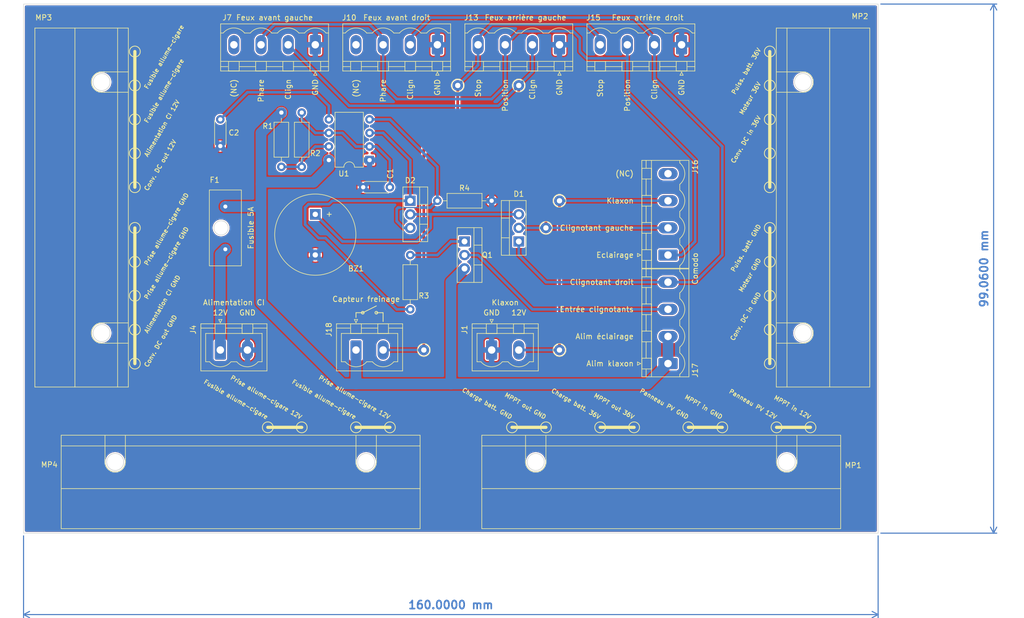
<source format=kicad_pcb>
(kicad_pcb (version 20211014) (generator pcbnew)

  (general
    (thickness 1.6)
  )

  (paper "A4")
  (layers
    (0 "F.Cu" signal)
    (31 "B.Cu" signal)
    (32 "B.Adhes" user "B.Adhesive")
    (33 "F.Adhes" user "F.Adhesive")
    (34 "B.Paste" user)
    (35 "F.Paste" user)
    (36 "B.SilkS" user "B.Silkscreen")
    (37 "F.SilkS" user "F.Silkscreen")
    (38 "B.Mask" user)
    (39 "F.Mask" user)
    (40 "Dwgs.User" user "User.Drawings")
    (41 "Cmts.User" user "User.Comments")
    (42 "Eco1.User" user "User.Eco1")
    (43 "Eco2.User" user "User.Eco2")
    (44 "Edge.Cuts" user)
    (45 "Margin" user)
    (46 "B.CrtYd" user "B.Courtyard")
    (47 "F.CrtYd" user "F.Courtyard")
    (48 "B.Fab" user)
    (49 "F.Fab" user)
    (50 "User.1" user)
    (51 "User.2" user)
    (52 "User.3" user)
    (53 "User.4" user)
    (54 "User.5" user)
    (55 "User.6" user)
    (56 "User.7" user)
    (57 "User.8" user)
    (58 "User.9" user)
  )

  (setup
    (stackup
      (layer "F.SilkS" (type "Top Silk Screen"))
      (layer "F.Paste" (type "Top Solder Paste"))
      (layer "F.Mask" (type "Top Solder Mask") (thickness 0.01))
      (layer "F.Cu" (type "copper") (thickness 0.035))
      (layer "dielectric 1" (type "core") (thickness 1.51) (material "FR4") (epsilon_r 4.5) (loss_tangent 0.02))
      (layer "B.Cu" (type "copper") (thickness 0.035))
      (layer "B.Mask" (type "Bottom Solder Mask") (thickness 0.01))
      (layer "B.Paste" (type "Bottom Solder Paste"))
      (layer "B.SilkS" (type "Bottom Silk Screen"))
      (copper_finish "None")
      (dielectric_constraints no)
    )
    (pad_to_mask_clearance 0)
    (pcbplotparams
      (layerselection 0x00010e0_ffffffff)
      (disableapertmacros false)
      (usegerberextensions false)
      (usegerberattributes true)
      (usegerberadvancedattributes true)
      (creategerberjobfile true)
      (svguseinch false)
      (svgprecision 6)
      (excludeedgelayer true)
      (plotframeref false)
      (viasonmask false)
      (mode 1)
      (useauxorigin false)
      (hpglpennumber 1)
      (hpglpenspeed 20)
      (hpglpendiameter 15.000000)
      (dxfpolygonmode true)
      (dxfimperialunits true)
      (dxfusepcbnewfont true)
      (psnegative false)
      (psa4output false)
      (plotreference true)
      (plotvalue true)
      (plotinvisibletext false)
      (sketchpadsonfab false)
      (subtractmaskfromsilk false)
      (outputformat 1)
      (mirror false)
      (drillshape 0)
      (scaleselection 1)
      (outputdirectory "")
    )
  )

  (net 0 "")
  (net 1 "GND")
  (net 2 "Net-(F1-Pad2)")
  (net 3 "Net-(J13-Pad2)")
  (net 4 "Net-(J10-Pad2)")
  (net 5 "unconnected-(J7-Pad4)")
  (net 6 "unconnected-(J10-Pad4)")
  (net 7 "Net-(J10-Pad3)")
  (net 8 "Net-(J13-Pad4)")
  (net 9 "Net-(J1-Pad2)")
  (net 10 "/Flasher/Out")
  (net 11 "unconnected-(J17-Pad4)")
  (net 12 "/12V_5A")
  (net 13 "Net-(Q1-Pad1)")
  (net 14 "Net-(C1-Pad1)")
  (net 15 "Net-(R3-Pad1)")
  (net 16 "Net-(U1-Pad4)")
  (net 17 "Net-(C2-Pad1)")
  (net 18 "Net-(R1-Pad2)")
  (net 19 "/Flasher/Enable")

  (footprint "circuit:Wago_221-500_SplicingConnectorHolder" (layer "F.Cu") (at 94.615 72.39 90))

  (footprint "Buzzer_Beeper:Buzzer_15x7.5RM7.6" (layer "F.Cu") (at 134.62 73.66 -90))

  (footprint "TestPoint:TestPoint_THTPad_D2.0mm_Drill1.0mm" (layer "F.Cu") (at 180.34 71.12))

  (footprint "circuit:Wago_221-500_SplicingConnectorHolder" (layer "F.Cu") (at 120.65 120.015 180))

  (footprint "circuit:Littelfuse_FuseHolder_FL1_178.6764.0001" (layer "F.Cu") (at 117.78 76.2 -90))

  (footprint "TestPoint:TestPoint_THTPad_D2.0mm_Drill1.0mm" (layer "F.Cu") (at 161.29 49.53))

  (footprint "Capacitor_THT:C_Disc_D4.3mm_W1.9mm_P5.00mm" (layer "F.Cu") (at 116.84 55.88 -90))

  (footprint "circuit:Generic_HeaderSocket_1x02_P5.08mm_Vertical_Open" (layer "F.Cu") (at 116.84 99.06))

  (footprint "Resistor_THT:R_Axial_DIN0207_L6.3mm_D2.5mm_P10.16mm_Horizontal" (layer "F.Cu") (at 152.4 91.44 90))

  (footprint "circuit:Generic_HeaderSocket_1x04_P5.08mm_Vertical_Open" (layer "F.Cu") (at 180.34 41.91 180))

  (footprint "Package_DIP:DIP-8_W7.62mm" (layer "F.Cu") (at 144.78 63.5 180))

  (footprint "circuit:Generic_HeaderSocket_1x04_P5.08mm_Vertical_Open" (layer "F.Cu") (at 203.2 41.91 180))

  (footprint "TestPoint:TestPoint_THTPad_D2.0mm_Drill1.0mm" (layer "F.Cu") (at 172.72 49.53))

  (footprint "Package_TO_SOT_THT:TO-220-3_Vertical" (layer "F.Cu") (at 172.72 78.74 90))

  (footprint "circuit:Generic_HeaderSocket_1x04_P5.08mm_Vertical_Open" (layer "F.Cu") (at 134.62 41.91 180))

  (footprint "TestPoint:TestPoint_THTPad_D2.0mm_Drill1.0mm" (layer "F.Cu") (at 154.94 99.06))

  (footprint "Package_TO_SOT_THT:TO-220-3_Vertical" (layer "F.Cu") (at 152.4 71.12 -90))

  (footprint "circuit:Generic_HeaderSocket_1x04_P5.08mm_Vertical_Open" (layer "F.Cu") (at 200.66 101.6 90))

  (footprint "TestPoint:TestPoint_THTPad_D2.0mm_Drill1.0mm" (layer "F.Cu") (at 180.34 99.06))

  (footprint "circuit:Wago_221-500_SplicingConnectorHolder" (layer "F.Cu") (at 225.933 72.39 -90))

  (footprint "Resistor_THT:R_Axial_DIN0207_L6.3mm_D2.5mm_P10.16mm_Horizontal" (layer "F.Cu") (at 157.48 71.12))

  (footprint "Resistor_THT:R_Axial_DIN0207_L6.3mm_D2.5mm_P10.16mm_Horizontal" (layer "F.Cu") (at 128.27 54.61 -90))

  (footprint "Resistor_THT:R_Axial_DIN0207_L6.3mm_D2.5mm_P10.16mm_Horizontal" (layer "F.Cu") (at 132.08 64.77 90))

  (footprint "Capacitor_THT:C_Disc_D4.3mm_W1.9mm_P5.00mm" (layer "F.Cu") (at 148.59 68.58 180))

  (footprint "circuit:Generic_HeaderSocket_1x02_P5.08mm_Vertical_Open" (layer "F.Cu") (at 167.64 99.06))

  (footprint "TestPoint:TestPoint_THTPad_D2.0mm_Drill1.0mm" (layer "F.Cu") (at 177.8 76.2))

  (footprint "circuit:Wago_221-500_SplicingConnectorHolder" (layer "F.Cu") (at 199.39 120.015 180))

  (footprint "circuit:Generic_HeaderSocket_1x02_P5.08mm_Vertical_Open" (layer "F.Cu") (at 142.24 99.06))

  (footprint "circuit:Generic_HeaderSocket_1x04_P5.08mm_Vertical_Open" (layer "F.Cu") (at 200.66 81.28 90))

  (footprint "Package_TO_SOT_THT:TO-220-3_Vertical" (layer "F.Cu") (at 162.56 78.74 -90))

  (footprint "circuit:Generic_HeaderSocket_1x04_P5.08mm_Vertical_Open" (layer "F.Cu") (at 157.48 41.91 180))

  (gr_circle (center 219.71 43.18) (end 219.71 44.196) (layer "F.SilkS") (width 0.15) (fill none) (tstamp 00cc452e-ba96-4e88-af55-18733b4ebc37))
  (gr_line (start 143.51 92.075) (end 146.05 90.805) (layer "F.SilkS") (width 0.15) (tstamp 037ebb6b-c1e3-482d-a0fb-4947fbe14174))
  (gr_circle (center 227.33 113.538) (end 228.346 113.538) (layer "F.SilkS") (width 0.15) (fill none) (tstamp 055fcf87-c6aa-4d3a-b430-5d09e34b74e5))
  (gr_circle (center 100.838 82.55) (end 100.838 83.566) (layer "F.SilkS") (width 0.15) (fill none) (tstamp 0b32eb5e-cf7d-4f91-a80b-b69cb363145f))
  (gr_circle (center 100.838 55.88) (end 100.838 56.896) (layer "F.SilkS") (width 0.15) (fill none) (tstamp 0d55e7a3-dc43-43c6-9a9a-2009d8d31a46))
  (gr_circle (center 219.71 101.6) (end 219.71 102.616) (layer "F.SilkS") (width 0.15) (fill none) (tstamp 0e0ef8f7-8f11-42c6-a45f-df3b4592f844))
  (gr_circle (center 100.838 76.2) (end 100.838 77.216) (layer "F.SilkS") (width 0.15) (fill none) (tstamp 1c60a30a-615f-448b-a49b-d8cc700366e8))
  (gr_circle (center 219.71 55.88) (end 219.71 56.896) (layer "F.SilkS") (width 0.15) (fill none) (tstamp 1eb217a3-880e-4df2-9811-286c14ac7f74))
  (gr_circle (center 100.838 49.53) (end 100.838 50.546) (layer "F.SilkS") (width 0.15) (fill none) (tstamp 21c33e54-0519-410a-b68d-8ed076ea3b1e))
  (gr_circle (center 219.71 95.25) (end 219.71 96.266) (layer "F.SilkS") (width 0.15) (fill none) (tstamp 22f715ec-100a-4c8e-ab3e-fe94307aa39f))
  (gr_line (start 142.24 92.075) (end 143.51 92.075) (layer "F.SilkS") (width 0.15) (tstamp 2665a517-cfa8-4700-85c7-f742ee9f908d))
  (gr_line (start 219.71 101.6) (end 219.71 76.2) (layer "F.SilkS") (width 0.6) (tstamp 267ab17e-424b-4c5b-bf96-65deaaa5db5d))
  (gr_line (start 171.45 113.538) (end 177.8 113.538) (layer "F.SilkS") (width 0.6) (tstamp 276e2239-1b6d-4c52-a207-9385ed3216ee))
  (gr_circle (center 204.47 113.538) (end 204.47 114.554) (layer "F.SilkS") (width 0.15) (fill none) (tstamp 30a29d66-4141-4259-8081-d6952d8bac58))
  (gr_line (start 142.24 92.964) (end 142.24 92.075) (layer "F.SilkS") (width 0.15) (tstamp 317163f5-2dcf-44f7-ad22-042c6ecaf6a0))
  (gr_circle (center 219.71 76.2) (end 219.71 77.216) (layer "F.SilkS") (width 0.15) (fill none) (tstamp 3415d0f1-a5ec-4da2-977b-59cdf177a34e))
  (gr_circle (center 143.51 92.075) (end 143.51 92.329) (layer "F.SilkS") (width 0.15) (fill none) (tstamp 3ba68855-4f8b-4d02-b57a-7a757e623ac6))
  (gr_line (start 147.32 93.726) (end 147.32 92.075) (layer "F.SilkS") (width 0.15) (tstamp 4884cbfa-0b58-4e04-88a2-8b0679a49cfe))
  (gr_circle (center 177.8 113.538) (end 178.816 113.538) (layer "F.SilkS") (width 0.15) (fill none) (tstamp 4ae8d5b6-ac5e-42d2-b8f3-c8cc021daa80))
  (gr_circle (center 100.838 62.23) (end 100.838 63.246) (layer "F.SilkS") (width 0.15) (fill none) (tstamp 51e3ee0a-facb-4db4-9532-340a50f8f1f2))
  (gr_circle (center 210.82 113.538) (end 211.836 113.538) (layer "F.SilkS") (width 0.15) (fill none) (tstamp 556aaf9d-07f6-43f6-8fc0-4e9785c941f1))
  (gr_circle (center 100.838 101.6) (end 100.838 102.616) (layer "F.SilkS") (width 0.15) (fill none) (tstamp 5bf0cce5-0f16-48e1-8027-73d52d0770a7))
  (gr_line (start 146.05 92.075) (end 147.32 92.075) (layer "F.SilkS") (width 0.15) (tstamp 64594d5f-3d87-4b12-b761-9dd43370d25f))
  (gr_line (start 100.838 101.6) (end 100.838 76.2) (layer "F.SilkS") (width 0.6) (tstamp 6880ab3e-a6aa-4a14-9152-a9eb9358d1fc))
  (gr_circle (center 148.59 113.538) (end 149.606 113.538) (layer "F.SilkS") (width 0.15) (fill none) (tstamp 6a0bff84-e9d8-41a3-aabe-ad4db7905799))
  (gr_circle (center 146.05 92.075) (end 146.05 92.329) (layer "F.SilkS") (width 0.15) (fill none) (tstamp 70832878-fccb-4304-88d0-2e6b8d58c95c))
  (gr_line (start 125.73 113.538) (end 132.08 113.538) (layer "F.SilkS") (width 0.6) (tstamp 762ff740-3b01-4bc8-872a-9874ec8e35e1))
  (gr_circle (center 219.71 62.23) (end 219.71 63.246) (layer "F.SilkS") (width 0.15) (fill none) (tstamp 82d429c8-e93d-4f0a-b38e-c4998fc025d4))
  (gr_circle (center 219.71 88.9) (end 219.71 89.916) (layer "F.SilkS") (width 0.15) (fill none) (tstamp 8c73b2a6-3a37-44e3-a20a-4d59420eda58))
  (gr_circle (center 132.08 113.538) (end 133.096 113.538) (layer "F.SilkS") (width 0.15) (fill none) (tstamp 8c76b169-ab5a-4294-b011-8cc6dbfede52))
  (gr_line (start 142.24 113.538) (end 148.59 113.538) (layer "F.SilkS") (width 0.6) (tstamp 91be0c4d-31d3-4e82-bf1f-77f12a0724d3))
  (gr_circle (center 100.838 68.58) (end 100.838 69.596) (layer "F.SilkS") (width 0.15) (fill none) (tstamp 92debe54-aa60-4d78-93c4-7bed450025c3))
  (gr_circle (center 187.96 113.538) (end 187.96 114.554) (layer "F.SilkS") (width 0.15) (fill none) (tstamp 9e269d91-7d17-4c00-b467-153271320d02))
  (gr_line (start 204.47 113.538) (end 210.82 113.538) (layer "F.SilkS") (width 0.6) (tstamp 9f5f49d5-5120-4673-b032-f8b828707780))
  (gr_circle (center 219.71 68.58) (end 219.71 69.596) (layer "F.SilkS") (width 0.15) (fill none) (tstamp ae522db0-de0e-46c6-a5db-2a3e5dc1e2c8))
  (gr_line (start 187.96 113.538) (end 194.31 113.538) (layer "F.SilkS") (width 0.6) (tstamp b9dd1e64-81b6-4cb3-a41a-714927a1f651))
  (gr_line (start 220.98 113.538) (end 227.33 113.538) (layer "F.SilkS") (width 0.6) (tstamp bd1578a3-4a14-4bd9-bd84-0de04e146746))
  (gr_line (start 219.71 68.58) (end 219.71 43.18) (layer "F.SilkS") (width 0.6) (tstamp c385224b-423f-40f8-919d-7bb5706505b4))
  (gr_circle (center 100.838 43.18) (end 100.838 44.196) (layer "F.SilkS") (width 0.15) (fill none) (tstamp c52275f8-949a-4fec-91e2-a5d4834b2abf))
  (gr_circle (center 194.31 113.538) (end 195.326 113.538) (layer "F.SilkS") (width 0.15) (fill none) (tstamp c623ebf3-b72b-47a6-99f0-44d878243028))
  (gr_circle (center 142.24 113.538) (end 142.24 114.554) (layer "F.SilkS") (width 0.15) (fill none) (tstamp d76ff1a7-35b0-4008-84bc-2c8ee966a14c))
  (gr_circle (center 219.71 82.55) (end 219.71 83.566) (layer "F.SilkS") (width 0.15) (fill none) (tstamp dd06bd11-c251-457b-b962-c3f96bc19116))
  (gr_circle (center 100.838 95.25) (end 100.838 96.266) (layer "F.SilkS") (width 0.15) (fill none) (tstamp e0a52752-2d8f-477c-9516-b9400a50c85b))
  (gr_line (start 100.838 68.58) (end 100.838 43.18) (layer "F.SilkS") (width 0.6) (tstamp e16a7896-6132-41a2-88b1-6a30824e02f1))
  (gr_circle (center 219.71 49.53) (end 219.71 50.546) (layer "F.SilkS") (width 0.15) (fill none) (tstamp e613b6cd-fa9d-4fee-b77c-739df61b24e7))
  (gr_circle (center 125.73 113.538) (end 125.73 114.554) (layer "F.SilkS") (width 0.15) (fill none) (tstamp ec541a50-51a5-45b4-bd93-6dc3c5da4675))
  (gr_circle (center 171.45 113.538) (end 171.45 114.554) (layer "F.SilkS") (width 0.15) (fill none) (tstamp f896295d-a092-487a-b396-fb2265acf685))
  (gr_circle (center 220.98 113.538) (end 220.98 114.554) (layer "F.SilkS") (width 0.15) (fill none) (tstamp f96da55c-37fd-441a-97cf-2faa4effb06f))
  (gr_circle (center 100.838 88.9) (end 100.838 89.916) (layer "F.SilkS") (width 0.15) (fill none) (tstamp ff786ef8-333e-498b-b6d9-09fa2cc3b86f))
  (gr_rect (start 80 34.29) (end 240 133.35) (layer "Edge.Cuts") (width 0.1) (fill none) (tstamp baf93642-2aff-4fc6-b370-4199fa085aee))
  (gr_text "Entrée clignotants" (at 194.31 91.44) (layer "F.SilkS") (tstamp 009327c0-15ee-46e8-892a-58efec518749)
    (effects (font (size 1 1) (thickness 0.15)) (justify right))
  )
  (gr_text "Puiss. batt. 36V" (at 217.805 42.545 60) (layer "F.SilkS") (tstamp 0179d269-e1dc-4937-a3ba-dc7abdc5a4b8)
    (effects (font (size 0.8 0.8) (thickness 0.15)) (justify right))
  )
  (gr_text "Capteur freinage" (at 144.145 89.535) (layer "F.SilkS") (tstamp 10f0e3a0-addc-4d65-a2d4-724846e23a5f)
    (effects (font (size 1 1) (thickness 0.15)))
  )
  (gr_text "MPPT in GND" (at 210.82 111.76 330) (layer "F.SilkS") (tstamp 12b35428-8b71-4e7d-bfce-e55e30306b03)
    (effects (font (size 0.8 0.8) (thickness 0.15)) (justify right))
  )
  (gr_text "GND" (at 167.64 92.075) (layer "F.SilkS") (tstamp 12d9dba3-877d-4c21-a5de-a6d93121bc35)
    (effects (font (size 1 1) (thickness 0.15)))
  )
  (gr_text "MPPT out 36V" (at 194.31 111.76 330) (layer "F.SilkS") (tstamp 13bbd547-101b-46f3-94a0-1df1740595c5)
    (effects (font (size 0.8 0.8) (thickness 0.15)) (justify right))
  )
  (gr_text "Fusible 5A" (at 122.555 76.2 90) (layer "F.SilkS") (tstamp 1544f11d-aee5-4f7d-8a2a-3a2ade2a123d)
    (effects (font (size 1 1) (thickness 0.15)))
  )
  (gr_text "Klaxon" (at 170.18 90.17) (layer "F.SilkS") (tstamp 181f8ef5-8c40-480c-9ede-6f3c7b5ce2ff)
    (effects (font (size 1 1) (thickness 0.15)))
  )
  (gr_text "GND" (at 121.92 92.075) (layer "F.SilkS") (tstamp 184e2e09-0552-4371-9e84-9ca65c6d6146)
    (effects (font (size 1 1) (thickness 0.15)))
  )
  (gr_text "Charge batt. 36V" (at 187.96 111.76 330) (layer "F.SilkS") (tstamp 2069bd85-f5ab-4eeb-82ac-ac9ee9e228da)
    (effects (font (size 0.8 0.8) (thickness 0.15)) (justify right))
  )
  (gr_text "Prise allume-cigare 12V" (at 132.08 111.76 330) (layer "F.SilkS") (tstamp 21b0bf50-46d5-4c49-8311-ed3f6264e51e)
    (effects (font (size 0.8 0.8) (thickness 0.15)) (justify right))
  )
  (gr_text "MPPT out GND" (at 177.8 111.76 330) (layer "F.SilkS") (tstamp 29a589e5-3dc9-406d-8d03-2e70186b2e09)
    (effects (font (size 0.8 0.8) (thickness 0.15)) (justify right))
  )
  (gr_text "Clignotant droit" (at 194.31 86.36) (layer "F.SilkS") (tstamp 29d90419-1132-4a2b-970e-b0eccfab1cf9)
    (effects (font (size 1 1) (thickness 0.15)) (justify right))
  )
  (gr_text "GND" (at 134.62 48.26 90) (layer "F.SilkS") (tstamp 2c926ee1-e3c9-40cf-95b9-6c82dc648463)
    (effects (font (size 1 1) (thickness 0.15)) (justify right))
  )
  (gr_text "GND" (at 157.48 48.26 90) (layer "F.SilkS") (tstamp 33c457be-7434-4972-9b74-59a2a75dfe1f)
    (effects (font (size 1 1) (thickness 0.15)) (justify right))
  )
  (gr_text "12V" (at 172.72 92.075) (layer "F.SilkS") (tstamp 3464ffab-61f6-4506-aa32-74780900afde)
    (effects (font (size 1 1) (thickness 0.15)))
  )
  (gr_text "Conv. DC in GND" (at 217.805 88.265 60) (layer "F.SilkS") (tstamp 354f4214-25cc-4c1c-af90-691b93e325f6)
    (effects (font (size 0.8 0.8) (thickness 0.15)) (justify right))
  )
  (gr_text "Fusible allume-cigare" (at 142.24 111.76 330) (layer "F.SilkS") (tstamp 36a31b89-4d85-42e0-a55c-c839a34f9025)
    (effects (font (size 0.8 0.8) (thickness 0.15)) (justify right))
  )
  (gr_text "Fusible allume-cigare" (at 125.73 111.76 330) (layer "F.SilkS") (tstamp 39e7c3a6-7728-4532-abb1-94c7cefee84c)
    (effects (font (size 0.8 0.8) (thickness 0.15)) (justify right))
  )
  (gr_text "Conv. DC out 12V" (at 102.87 69.215 60) (layer "F.SilkS") (tstamp 4430018d-167b-42c4-88a6-aec09ab96fc1)
    (effects (font (size 0.8 0.8) (thickness 0.15)) (justify left))
  )
  (gr_text "Feux avant gauche" (at 127 36.83) (layer "F.SilkS") (tstamp 479e96c7-febe-46ff-b0f9-4ff5069df68d)
    (effects (font (size 1 1) (thickness 0.15)))
  )
  (gr_text "Feux arrière gauche" (at 173.99 36.83) (layer "F.SilkS") (tstamp 5050200a-ec68-42b1-b377-093dec82d41a)
    (effects (font (size 1 1) (thickness 0.15)))
  )
  (gr_text "Clign" (at 175.26 48.26 90) (layer "F.SilkS") (tstamp 5a15157a-7512-4e5c-84d4-469b0cf5e59f)
    (effects (font (size 1 1) (thickness 0.15)) (justify right))
  )
  (gr_text "Clignotant gauche" (at 194.31 76.2) (layer "F.SilkS") (tstamp 5fdd986d-182f-4920-a3f2-bb498f06298c)
    (effects (font (size 1 1) (thickness 0.15)) (justify right))
  )
  (gr_text "Panneau PV GND" (at 204.47 111.76 330) (layer "F.SilkS") (tstamp 61f9941f-5166-4352-a2f2-5b11a6cad889)
    (effects (font (size 0.8 0.8) (thickness 0.15)) (justify right))
  )
  (gr_text "Alimentation CI 12V" (at 102.87 62.865 60) (layer "F.SilkS") (tstamp 65a57779-4789-40b5-bd5a-fe715e8093a8)
    (effects (font (size 0.8 0.8) (thickness 0.15)) (justify left))
  )
  (gr_text "12V" (at 116.84 92.075) (layer "F.SilkS") (tstamp 67d847b8-f92c-4347-addf-84d787c4ca95)
    (effects (font (size 1 1) (thickness 0.15)))
  )
  (gr_text "Prise allume-cigare GND" (at 102.87 83.185 60) (layer "F.SilkS") (tstamp 6eff0d18-74e4-4ad2-b719-69c3c845f121)
    (effects (font (size 0.8 0.8) (thickness 0.15)) (justify left))
  )
  (gr_text "Clign" (at 198.12 48.26 90) (layer "F.SilkS") (tstamp 700b58be-56ba-4cb7-a015-f3877f13d200)
    (effects (font (size 1 1) (thickness 0.15)) (justify right))
  )
  (gr_text "Alimentation CI GND" (at 102.87 95.885 60) (layer "F.SilkS") (tstamp 71182d09-709a-47f7-b7f3-dac75ae64276)
    (effects (font (size 0.8 0.8) (thickness 0.15)) (justify left))
  )
  (gr_text "Charge batt. GND" (at 171.45 111.76 330) (layer "F.SilkS") (tstamp 714110b5-09b5-4edb-8143-6d8636562c61)
    (effects (font (size 0.8 0.8) (thickness 0.15)) (justify right))
  )
  (gr_text "Stop" (at 165.1 48.26 90) (layer "F.SilkS") (tstamp 722c265d-2783-4131-9fa5-c3608639bdec)
    (effects (font (size 1 1) (thickness 0.15)) (justify right))
  )
  (gr_text "Prise allume-cigare GND" (at 102.87 89.535 60) (layer "F.SilkS") (tstamp 7672544e-9c7f-4530-bed9-ccbf1fc792e2)
    (effects (font (size 0.8 0.8) (thickness 0.15)) (justify left))
  )
  (gr_text "(NC)" (at 142.24 48.26 90) (layer "F.SilkS") (tstamp 81670fe2-cb26-430f-b727-4812bc9dcec2)
    (effects (font (size 1 1) (thickness 0.15)) (justify right))
  )
  (gr_text "Clign" (at 152.4 48.26 90) (layer "F.SilkS") (tstamp 85a06cc9-afdf-41f7-b124-edeaa893efac)
    (effects (font (size 1 1) (thickness 0.15)) (justify right))
  )
  (gr_text "Clign" (at 129.54 48.26 90) (layer "F.SilkS") (tstamp 8e752887-0b98-4c6b-b65f-b332ae9a9362)
    (effects (font (size 1 1) (thickness 0.15)) (justify right))
  )
  (gr_text "Feux arrière droit" (at 196.85 36.83) (layer "F.SilkS") (tstamp 922a98d4-aa77-4c67-b89f-e480c6ae99db)
    (effects (font (size 1 1) (thickness 0.15)))
  )
  (gr_text "Fusible allume-cigare" (at 102.87 56.515 60) (layer "F.SilkS") (tstamp 93c27926-85d0-4404-b295-380ef1e37ac5)
    (effects (font (size 0.8 0.8) (thickness 0.15)) (justify left))
  )
  (gr_text "Position" (at 170.18 48.26 90) (layer "F.SilkS") (tstamp 9403f260-da8c-45a7-9c0e-fdad94d66a10)
    (effects (font (size 1 1) (thickness 0.15)) (justify right))
  )
  (gr_text "Phare" (at 147.32 48.26 90) (layer "F.SilkS") (tstamp 94258d65-465f-472b-ac8e-490f605ed077)
    (effects (font (size 1 1) (thickness 0.15)) (justify right))
  )
  (gr_text "Moteur GND" (at 217.805 81.915 60) (layer "F.SilkS") (tstamp 9a6087f4-bc8b-43cd-8846-40fb689372eb)
    (effects (font (size 0.8 0.8) (thickness 0.15)) (justify right))
  )
  (gr_text "Alim éclairage" (at 194.31 96.52) (layer "F.SilkS") (tstamp ac9c7750-93d2-41f0-97bd-67093134d658)
    (effects (font (size 1 1) (thickness 0.15)) (justify right))
  )
  (gr_text "MPPT in 12V" (at 227.33 111.76 330) (layer "F.SilkS") (tstamp ae97602b-c29e-4540-95a0-a90ab7fb8a31)
    (effects (font (size 0.8 0.8) (thickness 0.15)) (justify right))
  )
  (gr_text "Feux avant droit" (at 149.86 36.83) (layer "F.SilkS") (tstamp b2f15d2e-8ab4-4101-9c07-858be9e8e3b8)
    (effects (font (size 1 1) (thickness 0.15)))
  )
  (gr_text "Eclairage" (at 194.31 81.28) (layer "F.SilkS") (tstamp be57702c-5815-47a9-b9b9-e783c8223dc9)
    (effects (font (size 1 1) (thickness 0.15)) (justify right))
  )
  (gr_text "Phare" (at 124.46 48.26 90) (layer "F.SilkS") (tstamp bf17cf21-f1a8-4a6b-80a7-084e7c3b2eb1)
    (effects (font (size 1 1) (thickness 0.15)) (justify right))
  )
  (gr_text "Panneau PV 12V" (at 220.98 111.76 330) (layer "F.SilkS") (tstamp c002088f-cfde-4354-822c-968e274e8262)
    (effects (font (size 0.8 0.8) (thickness 0.15)) (justify right))
  )
  (gr_text "Stop" (at 187.96 48.26 90) (layer "F.SilkS") (tstamp c097cb44-de61-4987-b402-80ee892def3d)
    (effects (font (size 1 1) (thickness 0.15)) (justify right))
  )
  (gr_text "Moteur 36V" (at 217.805 48.895 60) (layer "F.SilkS") (tstamp c343e982-c378-429e-a351-6bb7a503e83b)
    (effects (font (size 0.8 0.8) (thickness 0.15)) (justify right))
  )
  (gr_text "(NC)" (at 194.31 66.04) (layer "F.SilkS") (tstamp c37607ba-c9a9-4b49-9c6b-40e258059f1a)
    (effects (font (size 1 1) (thickness 0.15)) (justify right))
  )
  (gr_text "Klaxon" (at 194.31 71.12) (layer "F.SilkS") (tstamp c62e4f50-4d66-4232-b6e1-c4686e60ff45)
    (effects (font (size 1 1) (thickness 0.15)) (justify right))
  )
  (gr_text "Alimentation CI" (at 119.38 90.17) (layer "F.SilkS") (tstamp d185276d-52f9-43b2-b205-1ad3d64318ab)
    (effects (font (size 1 1) (thickness 0.15)))
  )
  (gr_text "Conv. DC in 36V" (at 217.805 55.245 60) (layer "F.SilkS") (tstamp d6b3a406-6bda-477d-9ab9-2d46febf82b0)
    (effects (font (size 0.8 0.8) (thickness 0.15)) (justify right))
  )
  (gr_text "Alim klaxon" (at 194.31 101.6) (layer "F.SilkS") (tstamp d6dba4b6-cc89-47bc-8a8e-f65dc0b05f49)
    (effects (font (size 1 1) (thickness 0.15)) (justify right))
  )
  (gr_text "Conv. DC out GND" (at 102.87 102.235 60) (layer "F.SilkS") (tstamp d76d4d60-7c6c-4800-9139-422dfceee3ab)
    (effects (font (size 0.8 0.8) (thickness 0.15)) (justify left))
  )
  (gr_text "Position" (at 193.04 48.26 90) (layer "F.SilkS") (tstamp d996caa2-9490-43a7-b6d5-be6ef90f2813)
    (effects (font (size 1 1) (thickness 0.15)) (justify right))
  )
  (gr_text "Fusible allume-cigare" (at 102.87 50.165 60) (layer "F.SilkS") (tstamp dab41d0b-79b2-4449-b22f-6c5c4e5e953e)
    (effects (font (size 0.8 0.8) (thickness 0.15)) (justify left))
  )
  (gr_text "Comodo" (at 205.74 83.82 90) (layer "F.SilkS") (tstamp dbb9f5e6-2e8f-4c85-afe4-940d2c33e0c6)
    (effects (font (size 1 1) (thickness 0.15)))
  )
  (gr_text "(NC)" (at 119.38 48.26 90) (layer "F.SilkS") (tstamp e6c921ac-e5b4-4c56-a84a-39691a60427d)
    (effects (font (size 1 1) (thickness 0.15)) (justify right))
  )
  (gr_text "GND" (at 203.2 48.26 90) (layer "F.SilkS") (tstamp f06d498b-d592-47e6-b472-036a273bf9fc)
    (effects (font (size 1 1) (thickness 0.15)) (justify right))
  )
  (gr_text "Puiss. batt. GND" (at 217.805 75.565 60) (layer "F.SilkS") (tstamp f2a68f75-7097-4d14-aa83-0930ed3879c2)
    (effects (font (size 0.8 0.8) (thickness 0.15)) (justify right))
  )
  (gr_text "Prise allume-cigare 12V" (at 148.59 111.76 330) (layer "F.SilkS") (tstamp f5ae01be-f92f-46e1-93d8-12890137dba7)
    (effects (font (size 0.8 0.8) (thickness 0.15)) (justify right))
  )
  (gr_text "GND" (at 180.34 48.26 90) (layer "F.SilkS") (tstamp f9a58e77-e2ef-4d43-91c6-174b5c2ccb7e)
    (effects (font (size 1 1) (thickness 0.15)) (justify right))
  )
  (dimension (type aligned) (layer "B.Cu") (tstamp 4e1f1c92-8a9a-4ed5-bef2-e21d317891d9)
    (pts (xy 240 133.35) (xy 80 133.35))
    (height -15.24)
    (gr_text "160.0000 mm" (at 160 146.79) (layer "B.Cu") (tstamp 4e1f1c92-8a9a-4ed5-bef2-e21d317891d9)
      (effects (font (size 1.5 1.5) (thickness 0.3)))
    )
    (format (units 3) (units_format 1) (precision 4))
    (style (thickness 0.2) (arrow_length 1.27) (text_position_mode 0) (extension_height 0.58642) (extension_offset 0.5) keep_text_aligned)
  )
  (dimension (type aligned) (layer "B.Cu") (tstamp 7b10cdd2-34ca-4948-92f5-f31747f57471)
    (pts (xy 240 133.35) (xy 240 34.29))
    (height 21.62)
    (gr_text "99.0600 mm" (at 259.82 83.82 90) (layer "B.Cu") (tstamp 7b10cdd2-34ca-4948-92f5-f31747f57471)
      (effects (font (size 1.5 1.5) (thickness 0.3)))
    )
    (format (units 3) (units_format 1) (precision 4))
    (style (thickness 0.2) (arrow_length 1.27) (text_position_mode 0) (extension_height 0.58642) (extension_offset 0.5) keep_text_aligned)
  )

  (segment (start 116.84 81.14) (end 117.78 80.2) (width 2.032) (layer "B.Cu") (net 2) (tstamp 5c00ef32-89e2-4b31-b097-14aee8989fe3))
  (segment (start 116.84 99.06) (end 116.84 81.14) (width 2.032) (layer "B.Cu") (net 2) (tstamp bbbcfb12-5a4f-4946-9dfa-822d6c963ee0))
  (segment (start 172.72 50.8) (end 172.72 49.53) (width 0.508) (layer "F.Cu") (net 3) (tstamp 066b0660-1d07-45c1-8ba9-4c3f616aaebd))
  (segment (start 177.8 55.88) (end 172.72 50.8) (width 0.508) (layer "F.Cu") (net 3) (tstamp 9e26137d-40b9-4d9a-8bdb-342d3f6d1d53))
  (segment (start 177.8 76.2) (end 177.8 55.88) (width 0.508) (layer "F.Cu") (net 3) (tstamp b68338df-fb19-4766-b4fc-de93b9b184ce))
  (segment (start 172.72 76.2) (end 200.66 76.2) (width 0.508) (layer "B.Cu") (net 3) (tstamp 14455b78-79a9-4c5f-ad84-71477e1d0310))
  (segment (start 175.26 41.91) (end 175.26 46.99) (width 0.508) (layer "B.Cu") (net 3) (tstamp 217e7820-38f4-497b-bf8c-900dec9daa93))
  (segment (start 140.97 53.34) (end 129.54 41.91) (width 0.508) (layer "B.Cu") (net 3) (tstamp 34c6bc3f-52e8-4958-b11b-9647606ec695))
  (segment (start 168.91 53.34) (end 140.97 53.34) (width 0.508) (layer "B.Cu") (net 3) (tstamp 4e5ba461-1e60-409e-9441-47590a16c898))
  (segment (start 175.26 46.99) (end 172.72 49.53) (width 0.508) (layer "B.Cu") (net 3) (tstamp e40fa4f2-2500-46d2-962a-8d6b9fba4a8e))
  (segment (start 172.72 49.53) (end 168.91 53.34) (width 0.508) (layer "B.Cu") (net 3) (tstamp e98a33b8-753e-4447-9b0a-bb4b1229a761))
  (segment (start 194.31 36.83) (end 198.12 40.64) (width 0.508) (layer "B.Cu") (net 4) (tstamp 1b047a7a-a238-454e-8160-caa19366d198))
  (segment (start 205.74 86.36) (end 200.66 86.36) (width 0.508) (layer "B.Cu") (net 4) (tstamp 4873c0fa-f9f4-4a3b-9e55-0e4de707f919))
  (segment (start 172.72 81.28) (end 177.8 86.36) (width 0.508) (layer "B.Cu") (net 4) (tstamp 5b587f90-2ad8-407c-9476-dfad5d3d8252))
  (segment (start 210.82 81.28) (end 205.74 86.36) (width 0.508) (layer "B.Cu") (net 4) (tstamp 64ccd70d-4c42-4d87-b1d7-1d1154eb1bf7))
  (segment (start 210.82 60.96) (end 210.82 81.28) (width 0.508) (layer "B.Cu") (net 4) (tstamp 851ffa4c-999e-40ab-8ec3-13cd54cd130e))
  (segment (start 172.72 81.28) (end 172.72 78.74) (width 0.508) (layer "B.Cu") (net 4) (tstamp a692b0f7-add8-4118-ae2f-a8afd0a941ca))
  (segment (start 198.12 48.26) (end 210.82 60.96) (width 0.508) (layer "B.Cu") (net 4) (tstamp c704064f-8ed8-4316-8476-f78b187c2d23))
  (segment (start 152.4 40.64) (end 156.21 36.83) (width 0.508) (layer "B.Cu") (net 4) (tstamp cda60d67-cfbe-4899-8113-a44ae70f988a))
  (segment (start 200.66 86.36) (end 177.8 86.36) (width 0.508) (layer "B.Cu") (net 4) (tstamp d02ee71b-f32a-4785-b7c1-5c1bfa3a05ae))
  (segment (start 156.21 36.83) (end 194.31 36.83) (width 0.508) (layer "B.Cu") (net 4) (tstamp daf8d8a4-007f-4463-bbf7-b3835163dda3))
  (segment (start 198.12 41.91) (end 198.12 48.26) (width 0.508) (layer "B.Cu") (net 4) (tstamp e109767f-388d-43c7-b385-1f370cf9d589))
  (segment (start 200.66 81.28) (end 203.2 81.28) (width 0.508) (layer "B.Cu") (net 7) (tstamp 03e25e78-de0a-43c9-be9d-f1bda354831a))
  (segment (start 184.15 40.64) (end 184.15 43.18) (width 0.508) (layer "B.Cu") (net 7) (tstamp 05fe1016-7f24-412c-8dd8-9bea47170f8e))
  (segment (start 147.32 49.53) (end 147.32 41.91) (width 0.508) (layer "B.Cu") (net 7) (tstamp 06e84a9e-2ba9-459b-8c94-e28aa8258f8d))
  (segment (start 182.88 39.37) (end 184.15 40.64) (width 0.508) (layer "B.Cu") (net 7) (tstamp 0e1255eb-10f5-49d6-8156-ccbdbba5aff5))
  (segment (start 124.46 40.64) (end 127 38.1) (width 0.508) (layer "B.Cu") (net 7) (tstamp 34f760b4-3847-4c4d-8d8d-4e22a8b71931))
  (segment (start 170.18 49.53) (end 167.64 52.07) (width 0.508) (layer "B.Cu") (net 7) (tstamp 35cf3ed3-d609-4b6f-8925-bdeb5ede55ff))
  (segment (start 205.74 78.74) (end 205.74 63.5) (width 0.508) (layer "B.Cu") (net 7) (tstamp 48a0fe0d-de3e-4dd5-b912-a6f011b575a2))
  (segment (start 185.42 44.45) (end 193.04 44.45) (width 0.508) (layer "B.Cu") (net 7) (tstamp 50dfe92c-d161-4d6b-8eb1-ba6b65778db0))
  (segment (start 127 38.1) (end 144.78 38.1) (width 0.508) (layer "B.Cu") (net 7) (tstamp 57949ec2-2d6c-46b1-91e4-7d08848f1caf))
  (segment (start 205.74 63.5) (end 193.04 50.8) (width 0.508) (layer "B.Cu") (net 7) (tstamp 5ac26372-c244-46d2-960a-5df174e80e8d))
  (segment (start 170.18 41.91) (end 172.72 39.37) (width 0.508) (layer "B.Cu") (net 7) (tstamp 5bffe957-7e04-4cd6-b36c-905bebbace62))
  (segment (start 172.72 39.37) (end 182.88 39.37) (width 0.508) (layer "B.Cu") (net 7) (tstamp 82e8a220-a39e-4eb6-b33c-ff121d9860d5))
  (segment (start 193.04 50.8) (end 193.04 44.45) (width 0.508) (layer "B.Cu") (net 7) (tstamp 8f95b7ff-5c40-410e-8fcc-a6c2474a9457))
  (segment (start 149.86 52.07) (end 147.32 49.53) (width 0.508) (layer "B.Cu") (net 7) (tstamp 9372b75f-eeef-4a30-8f00-1c5e6b6be751))
  (segment (start 144.78 38.1) (end 147.32 40.64) (width 0.508) (layer "B.Cu") (net 7) (tstamp 998adf27-3512-4a25-a92d-f129f7da6074))
  (segment (start 193.04 44.45) (end 193.04 40.64) (width 0.508) (layer "B.Cu") (net 7) (tstamp a9eee6db-ef91-4896-87a5-14576d80b0ae))
  (segment (start 170.18 41.91) (end 170.18 49.53) (width 0.508) (layer "B.Cu") (net 7) (tstamp b99290c2-6f32-41e2-afff-748cb8db7787))
  (segment (start 203.2 81.28) (end 205.74 78.74) (width 0.508) (layer "B.Cu") (net 7) (tstamp ef4df4a1-07b2-4a92-87d5-495975714946))
  (segment (start 184.15 43.18) (end 185.42 44.45) (width 0.508) (layer "B.Cu") (net 7) (tstamp fc5e65ee-80f1-4e2e-a8fd-410525239d57))
  (segment (start 167.64 52.07) (end 149.86 52.07) (width 0.508) (layer "B.Cu") (net 7) (tstamp fe67350f-eaa1-4c70-b41f-c9f514b7ab9f))
  (segment (start 154.94 60.96) (end 161.29 54.61) (width 0.508) (layer "F.Cu") (net 8) (tstamp 0ee8b4e5-4b7c-4eb6-8470-e098c46d0b47))
  (segment (start 161.29 54.61) (end 161.29 49.53) (width 0.508) (layer "F.Cu") (net 8) (tstamp 55842a66-7971-400e-b84d-cd98bb16748b))
  (segment (start 154.94 99.06) (end 154.94 60.96) (width 0.508) (layer "F.Cu") (net 8) (tstamp 97a4f443-fc7c-40c2-bb61-124358971834))
  (segment (start 147.32 99.06) (end 154.94 99.06) (width 0.508) (layer "B.Cu") (net 8) (tstamp 1648c317-22ab-4fa3-8b6d-5998287e86a6))
  (segment (start 185.42 38.1) (end 187.96 40.64) (width 0.508) (layer "B.Cu") (net 8) (tstamp 180c0a2e-c9e6-46d6-984b-e682d0446a26))
  (segment (start 165.1 45.72) (end 165.1 41.91) (width 0.508) (layer "B.Cu") (net 8) (tstamp 2544ab90-702a-4571-baca-20aad00ca95b))
  (segment (start 165.1 40.64) (end 167.64 38.1) (width 0.508) (layer "B.Cu") (net 8) (tstamp 904625df-6fca-45d3-86d5-eb2ef3cf357d))
  (segment (start 161.29 49.53) (end 165.1 45.72) (width 0.508) (layer "B.Cu") (net 8) (tstamp aaf085b3-6514-49d2-8ae3-b803085a48d6))
  (segment (start 167.64 38.1) (end 185.42 38.1) (width 0.508) (layer "B.Cu") (net 8) (tstamp b17bf977-72d6-44fc-9735-73102af16fbb))
  (segment (start 180.34 71.12) (end 180.34 99.06) (width 0.508) (layer "F.Cu") (net 9) (tstamp fc586361-934b-48b1-8167-21afb98bfced))
  (segment (start 172.72 99.06) (end 180.34 99.06) (width 0.508) (layer "B.Cu") (net 9) (tstamp 65792217-74d9-4125-94a1-cd04d3a182c0))
  (segment (start 180.34 71.12) (end 200.66 71.12) (width 0.508) (layer "B.Cu") (net 9) (tstamp 874c3ad9-c635-42f6-803b-f251bb60d266))
  (segment (start 162.56 81.28) (end 165.1 81.28) (width 0.508) (layer "B.Cu") (net 10) (tstamp 18061e97-104d-427c-bb22-4d425ed9189d))
  (segment (start 165.1 81.28) (end 175.26 91.44) (width 0.508) (layer "B.Cu") (net 10) (tstamp 8c74fe9c-1e5b-4809-b159-06bbebad21c6))
  (segment (start 200.66 91.44) (end 175.26 91.44) (width 0.508) (layer "B.Cu") (net 10) (tstamp 9fe549c8-4c96-491b-b5a8-2bc8072c6d76))
  (segment (start 137.16 63.5) (end 137.16 64.77) (width 2.032) (layer "B.Cu") (net 12) (tstamp 01142800-f1be-4d1d-a925-d3f6df7d674e))
  (segment (start 124.27 72.2) (end 124.46 72.39) (width 2.032) (layer "B.Cu") (net 12) (tstamp 06421f61-5ffa-4ff2-a7bf-86581897342b))
  (segment (start 160.02 86.36) (end 160.02 105.41) (width 2.032) (layer "B.Cu") (net 12) (tstamp 33b9e958-19ed-41bb-8fec-e18dabc24908))
  (segment (start 124.46 72.39) (end 124.46 67.97) (width 2.032) (layer "B.Cu") (net 12) (tstamp 4ab5aa86-33f2-461a-a6ff-6d25c19f418e))
  (segment (start 142.24 99.06) (end 142.24 105.41) (width 2.032) (layer "B.Cu") (net 12) (tstamp 4cf02094-338c-4a64-9d5b-9e43ede2e1b7))
  (segment (start 124.46 67.97) (end 124.46 58.42) (width 2.032) (layer "B.Cu") (net 12) (tstamp 5d6064c3-dc2f-4cf7-b3d6-ac7265d93423))
  (segment (start 139.7 105.41) (end 124.46 90.17) (width 2.032) (layer "B.Cu") (net 12) (tstamp 807079a5-0548-4890-9fff-cfac8f06853f))
  (segment (start 134.29 67.64) (end 124.79 67.64) (width 2.032) (layer "B.Cu") (net 12) (tstamp 8f2ef603-d6cc-44df-bde8-0c7e52876947))
  (segment (start 162.56 83.82) (end 160.02 86.36) (width 2.032) (layer "B.Cu") (net 12) (tstamp 92f583c5-d38b-4b74-ba0f-1b574822bbb5))
  (segment (start 137.16 64.77) (end 134.29 67.64) (width 2.032) (layer "B.Cu") (net 12) (tstamp 954fe668-763c-4bb2-86ab-1df8c97fca10))
  (segment (start 200.66 101.6) (end 200.66 96.52) (width 2.032) (layer "B.Cu") (net 12) (tstamp a314a824-fad8-4089-b47c-abfff9fe858c))
  (segment (start 124.46 90.17) (end 124.46 72.39) (width 2.032) (layer "B.Cu") (net 12) (tstamp ac40faa8-0117-4cbe-8882-b0a1e1249aae))
  (segment (start 142.24 105.41) (end 139.7 105.41) (width 2.032) (layer "B.Cu") (net 12) (tstamp ae22858b-69f7-4bf3-b3c6-5a3614fbe736))
  (segment (start 117.78 72.2) (end 124.27 72.2) (width 2.032) (layer "B.Cu") (net 12) (tstamp b029f28e-858e-4a20-b585-2041a0048cdc))
  (segment (start 200.66 101.6) (end 196.85 105.41) (width 2.032) (layer "B.Cu") (net 12) (tstamp bb60c27b-6813-4804-aca3-5ecdca15bc9d))
  (segment (start 196.85 105.41) (end 160.02 105.41) (width 2.032) (layer "B.Cu") (net 12) (tstamp bc6421e5-6ed3-4d92-9d7f-f1cb7c10b6a8))
  (segment (start 142.24 105.41) (end 160.02 105.41) (width 2.032) (layer "B.Cu") (net 12) (tstamp e4a75217-8fef-4cd5-9b6d-bcb303252c29))
  (segment (start 124.46 58.42) (end 128.27 54.61) (width 2.032) (layer "B.Cu") (net 12) (tstamp e8ebad8d-192b-4dd2-9973-a234bed5431c))
  (segment (start 124.46 67.97) (end 124.79 67.64) (width 2.032) (layer "B.Cu") (net 12) (tstamp ec80747d-a736-46b5-8202-23df4e9fc60d))
  (segment (start 152.4 81.28) (end 157.48 81.28) (width 0.508) (layer "B.Cu") (net 13) (tstamp 3667c40b-78ee-4f7e-879a-7b548adf15e3))
  (segment (start 160.02 78.74) (end 162.56 78.74) (width 0.508) (layer "B.Cu") (net 13) (tstamp 8ebe02ae-fd00-4276-8eeb-416aa6ee8694))
  (segment (start 157.48 81.28) (end 160.02 78.74) (width 0.508) (layer "B.Cu") (net 13) (tstamp 8fc6e47c-3da4-4de1-91bf-59e65ae7c9f7))
  (segment (start 134.62 58.42) (end 132.08 55.88) (width 0.508) (layer "B.Cu") (net 14) (tstamp 2bc34181-4cff-43c7-adfd-0ab3a41a6000))
  (segment (start 137.16 58.42) (end 134.62 58.42) (width 0.508) (layer "B.Cu") (net 14) (tstamp 8bd97122-9994-4064-abb2-d583db8912ed))
  (segment (start 139.7 58.42) (end 137.16 58.42) (width 0.508) (layer "B.Cu") (net 14) (tstamp 9711f522-98ea-4734-9311-0f306e9f5c07))
  (segment (start 142.24 60.96) (end 139.7 58.42) (width 0.508) (layer "B.Cu") (net 14) (tstamp cb17ed89-bc6a-4268-80c2-848f2c79e084))
  (segment (start 144.78 60.96) (end 146.05 60.96) (width 0.508) (layer "B.Cu") (net 14) (tstamp d0448cb0-3060-46f6-a1c8-a5c23aeefe3f))
  (segment (start 148.59 63.5) (end 148.59 68.58) (width 0.508) (layer "B.Cu") (net 14) (tstamp dbd06097-2022-4fa4-93bb-0e67b068e587))
  (segment (start 144.78 60.96) (end 142.24 60.96) (width 0.508) (layer "B.Cu") (net 14) (tstamp dde71bc1-10b8-409c-8f9d-ee3a98a70433))
  (segment (start 146.05 60.96) (end 148.59 63.5) (width 0.508) (layer "B.Cu") (net 14) (tstamp f85596f0-a250-42e4-89f6-ca7d63048c8a))
  (segment (start 132.08 55.88) (end 132.08 54.61) (width 0.508) (layer "B.Cu") (net 14) (tstamp feec1fc7-db65-4787-9976-58ed433bad69))
  (segment (start 149.86 91.44) (end 152.4 91.44) (width 0.508) (layer "B.Cu") (net 15) (tstamp 09730a5b-aaf3-45b5-a2b5-18d5fdd69005))
  (segment (start 152.4 71.12) (end 152.4 63.5) (width 0.508) (layer "B.Cu") (net 15) (tstamp 0a985bd3-487a-47f5-bb09-8168e96453f3))
  (segment (start 132.715 75.565) (end 135.255 78.105) (width 0.508) (layer "B.Cu") (net 15) (tstamp 15e15050-7d99-466e-a9b7-4850ada12e9a))
  (segment (start 137.16 71.755) (end 133.35 71.755) (width 0.508) (layer "B.Cu") (net 15) (tstamp 17cd8863-f4bc-4aa1-8c3a-c47c2fba945c))
  (segment (start 147.32 58.42) (end 144.78 58.42) (width 0.508) (layer "B.Cu") (net 15) (tstamp 268ce3c4-2175-43dc-8399-d87021b7eb4b))
  (segment (start 152.4 71.12) (end 137.795 71.12) (width 0.508) (layer "B.Cu") (net 15) (tstamp 339ed90a-177f-490f-8799-6697c5a116cc))
  (segment (start 135.255 78.105) (end 136.525 78.105) (width 0.508) (layer "B.Cu") (net 15) (tstamp 62905c38-1919-4433-96af-6f1c921a0569))
  (segment (start 136.525 78.105) (end 149.86 91.44) (width 0.508) (layer "B.Cu") (net 15) (tstamp 81c3d13c-c708-48bc-8354-563c9e9fe4b3))
  (segment (start 152.4 63.5) (end 147.32 58.42) (width 0.508) (layer "B.Cu") (net 15) (tstamp 8b0c2bf7-d681-4de2-b30e-b1eeeafe165d))
  (segment (start 137.795 71.12) (end 137.16 71.755) (width 0.508) (layer "B.Cu") (net 15) (tstamp 923fdb0e-153f-4425-973a-0e8d0267df00))
  (segment (start 133.35 71.755) (end 132.715 72.39) (width 0.508) (layer "B.Cu") (net 15) (tstamp b0b5abb6-edd6-4923-a614-f8b9025fbe0d))
  (segment (start 132.715 72.39) (end 132.715 75.565) (width 0.508) (layer "B.Cu") (net 15) (tstamp cb9fe9cf-4843-464f-89da-e97e119e635e))
  (segment (start 151.13 76.2) (end 149.86 74.93) (width 0.508) (layer "B.Cu") (net 16) (tstamp 107b76e2-28a0-4465-bb04-5e4cf733a08d))
  (segment (start 144.78 55.88) (end 148.59 55.88) (width 0.508) (layer "B.Cu") (net 16) (tstamp 209e9a77-97d6-4eaf-b25b-434b20f1d52a))
  (segment (start 149.86 74.93) (end 149.86 72.644) (width 0.508) (layer "B.Cu") (net 16) (tstamp 27e783e2-0252-4fda-b605-6841fe3aef05))
  (segment (start 150.114 72.39) (end 150.495 72.39) (width 0.508) (layer "B.Cu") (net 16) (tstamp 3ccc6725-895c-4fb4-875c-3e4a2a5ef80f))
  (segment (start 157.48 71.12) (end 156.21 72.39) (width 0.508) (layer "B.Cu") (net 16) (tstamp 46906232-a72c-4302-baa0-17995eb52b12))
  (segment (start 152.4 76.2) (end 151.13 76.2) (width 0.508) (layer "B.Cu") (net 16) (tstamp 660d926b-159a-40e7-9f19-0e38aec17197))
  (segment (start 148.59 55.88) (end 157.48 64.77) (width 0.508) (layer "B.Cu") (net 16) (tstamp 826817f2-5940-4443-9711-737156260a36))
  (segment (start 150.495 72.39) (end 154.305 72.39) (width 0.22) (layer "B.Cu") (net 16) (tstamp d4bd8bf6-9752-4114-8b92-7d12d4989462))
  (segment (start 149.86 72.644) (end 150.114 72.39) (width 0.508) (layer "B.Cu") (net 16) (tstamp e951c395-4239-4c04-ad56-51018a93bb61))
  (segment (start 156.21 72.39) (end 154.305 72.39) (width 0.508) (layer "B.Cu") (net 16) (tstamp f4631b39-2323-4f26-9068-195ab1ebcf15))
  (segment (start 157.48 64.77) (end 157.48 71.12) (width 0.508) (layer "B.Cu") (net 16) (tstamp f5e994de-b6e1-47b0-b14f-2b1a764d1732))
  (segment (start 121.92 50.8) (end 134.62 50.8) (width 0.508) (layer "B.Cu") (net 17) (tstamp 0af17c72-24dc-41a4-8c29-45886a45e8dc))
  (segment (start 134.62 50.8) (end 137.16 53.34) (width 0.508) (layer "B.Cu") (net 17) (tstamp 27a149f3-32f3-4ce8-8240-b2612311fe2e))
  (segment (start 137.16 53.34) (end 137.16 55.88) (width 0.508) (layer "B.Cu") (net 17) (tstamp 508862dd-a6f9-4461-9358-fd4ad660094f))
  (segment (start 116.84 55.88) (end 121.92 50.8) (width 0.508) (layer "B.Cu") (net 17) (tstamp 7b4fa34a-e800-4a2a-a2a3-1f9baaf3505b))
  (segment (start 137.16 60.96) (end 134.62 60.96) (width 0.508) (layer "B.Cu") (net 18) (tstamp 23453548-fb7f-4161-ac05-f34a6529e252))
  (segment (start 128.27 64.77) (end 132.08 64.77) (width 0.508) (layer "B.Cu") (net 18) (tstamp 4095d808-5a42-476e-b8eb-5339ae0b5785))
  (segment (start 134.62 60.96) (end 132.08 63.5) (width 0.508) (layer "B.Cu") (net 18) (tstamp 93498b84-90c5-430a-ab89-1f83e4167540))
  (segment (start 132.08 63.5) (end 132.08 64.77) (width 0.508) (layer "B.Cu") (net 18) (tstamp a454293e-9013-4ec9-ac54-580711a785f7))
  (segment (start 153.67 78.74) (end 139.7 78.74) (width 0.508) (layer "B.Cu") (net 19) (tstamp 6355724b-565a-431a-a0b0-e70d11940cef))
  (segment (start 156.21 73.66) (end 156.21 76.2) (width 0.508) (layer "B.Cu") (net 19) (tstamp 6e7907d5-96a1-447d-b013-d0230e7e1804))
  (segment (start 139.7 78.74) (end 134.62 73.66) (width 0.508) (layer "B.Cu") (net 19) (tstamp 71282260-2869-40e6-b97e-482a3719fe04))
  (segment (start 152.4 73.66) (end 156.21 73.66) (width 0.508) (layer "B.Cu") (net 19) (tstamp 8f7bcdde-539b-45da-86a1-87fb30d95084))
  (segment (start 156.21 76.2) (end 153.67 78.74) (width 0.508) (layer "B.Cu") (net 19) (tstamp c4fd47e4-bd0f-42ea-ad5a-3e5fd46b1aa8))
  (segment (start 156.21 73.66) (end 172.72 73.66) (width 0.508) (layer "B.Cu") (net 19) (tstamp f7fabeaa-4b75-4c70-9356-1c1eab5dbd1a))

  (zone (net 0) (net_name "") (layer "F.Cu") (tstamp 12d1213e-ccd4-4390-993a-9d0e2019c98b) (hatch edge 0.508)
    (connect_pads (clearance 0.254))
    (min_thickness 0.508) (filled_areas_thickness no)
    (fill yes (thermal_gap 0.508) (thermal_bridge_width 1.016) (island_removal_mode 1) (island_area_min 0))
    (polygon
      (pts
        (xy 240.03 133.35)
        (xy 80.01 133.35)
        (xy 80.01 34.29)
        (xy 240.03 34.29)
      )
    )
    (filled_polygon
      (layer "F.Cu")
      (island)
      (pts
        (xy 239.589319 34.563758)
        (xy 239.671398 34.618602)
        (xy 239.726242 34.700681)
        (xy 239.7455 34.7975)
        (xy 239.7455 132.8425)
        (xy 239.726242 132.939319)
        (xy 239.671398 133.021398)
        (xy 239.589319 133.076242)
        (xy 239.4925 133.0955)
        (xy 80.5075 133.0955)
        (xy 80.410681 133.076242)
        (xy 80.328602 133.021398)
        (xy 80.273758 132.939319)
        (xy 80.2545 132.8425)
        (xy 80.2545 119.9566)
        (xy 95.29668 119.9566)
        (xy 95.298975 120.015)
        (xy 95.306991 120.219022)
        (xy 95.354174 120.477373)
        (xy 95.437289 120.726499)
        (xy 95.554677 120.961429)
        (xy 95.703995 121.177474)
        (xy 95.710068 121.184043)
        (xy 95.710073 121.18405)
        (xy 95.876189 121.363753)
        (xy 95.876196 121.363759)
        (xy 95.882265 121.370325)
        (xy 95.889198 121.375969)
        (xy 95.889204 121.375975)
        (xy 96.014669 121.478119)
        (xy 96.085929 121.536134)
        (xy 96.310924 121.671592)
        (xy 96.552761 121.773997)
        (xy 96.695663 121.811887)
        (xy 96.797972 121.839014)
        (xy 96.797977 121.839015)
        (xy 96.806614 121.841305)
        (xy 97.067418 121.872173)
        (xy 97.168136 121.8698)
        (xy 97.321036 121.866197)
        (xy 97.321043 121.866196)
        (xy 97.32997 121.865986)
        (xy 97.58903 121.822866)
        (xy 97.839431 121.743675)
        (xy 97.920931 121.704539)
        (xy 98.068106 121.633867)
        (xy 98.06811 121.633865)
        (xy 98.076175 121.629992)
        (xy 98.216643 121.536134)
        (xy 98.2871 121.489056)
        (xy 98.287104 121.489053)
        (xy 98.294539 121.484085)
        (xy 98.490167 121.308867)
        (xy 98.659154 121.107832)
        (xy 98.79813 120.884992)
        (xy 98.842811 120.783925)
        (xy 98.900704 120.652974)
        (xy 98.900705 120.65297)
        (xy 98.90432 120.644794)
        (xy 98.975607 120.39203)
        (xy 99.010568 120.131742)
        (xy 99.014237 120.015)
        (xy 99.010102 119.9566)
        (xy 142.28668 119.9566)
        (xy 142.288975 120.015)
        (xy 142.296991 120.219022)
        (xy 142.344174 120.477373)
        (xy 142.427289 120.726499)
        (xy 142.544677 120.961429)
        (xy 142.693995 121.177474)
        (xy 142.700068 121.184043)
        (xy 142.700073 121.18405)
        (xy 142.866189 121.363753)
        (xy 142.866196 121.363759)
        (xy 142.872265 121.370325)
        (xy 142.879198 121.375969)
        (xy 142.879204 121.375975)
        (xy 143.004669 121.478119)
        (xy 143.075929 121.536134)
        (xy 143.300924 121.671592)
        (xy 143.542761 121.773997)
        (xy 143.685663 121.811887)
        (xy 143.787972 121.839014)
        (xy 143.787977 121.839015)
        (xy 143.796614 121.841305)
        (xy 144.057418 121.872173)
        (xy 144.158136 121.8698)
        (xy 144.311036 121.866197)
        (xy 144.311043 121.866196)
        (xy 144.31997 121.865986)
        (xy 144.57903 121.822866)
        (xy 144.829431 121.743675)
        (xy 144.910931 121.704539)
        (xy 145.058106 121.633867)
        (xy 145.05811 121.633865)
        (xy 145.066175 121.629992)
        (xy 145.206643 121.536134)
        (xy 145.2771 121.489056)
        (xy 145.277104 121.489053)
        (xy 145.284539 121.484085)
        (xy 145.480167 121.308867)
        (xy 145.649154 121.107832)
        (xy 145.78813 120.884992)
        (xy 145.832811 120.783925)
        (xy 145.890704 120.652974)
        (xy 145.890705 120.65297)
        (xy 145.89432 120.644794)
        (xy 145.965607 120.39203)
        (xy 146.000568 120.131742)
        (xy 146.004237 120.015)
        (xy 146.000102 119.9566)
        (xy 174.03668 119.9566)
        (xy 174.038975 120.015)
        (xy 174.046991 120.219022)
        (xy 174.094174 120.477373)
        (xy 174.177289 120.726499)
        (xy 174.294677 120.961429)
        (xy 174.443995 121.177474)
        (xy 174.450068 121.184043)
        (xy 174.450073 121.18405)
        (xy 174.616189 121.363753)
        (xy 174.616196 121.363759)
        (xy 174.622265 121.370325)
        (xy 174.629198 121.375969)
        (xy 174.629204 121.375975)
        (xy 174.754669 121.478119)
        (xy 174.825929 121.536134)
        (xy 175.050924 121.671592)
        (xy 175.292761 121.773997)
        (xy 175.435663 121.811887)
        (xy 175.537972 121.839014)
        (xy 175.537977 121.839015)
        (xy 175.546614 121.841305)
        (xy 175.807418 121.872173)
        (xy 175.908136 121.8698)
        (xy 176.061036 121.866197)
        (xy 176.061043 121.866196)
        (xy 176.06997 121.865986)
        (xy 176.32903 121.822866)
        (xy 176.579431 121.743675)
        (xy 176.660931 121.704539)
        (xy 176.808106 121.633867)
        (xy 176.80811 121.633865)
        (xy 176.816175 121.629992)
        (xy 176.956643 121.536134)
        (xy 177.0271 121.489056)
        (xy 177.027104 121.489053)
        (xy 177.034539 121.484085)
        (xy 177.230167 121.308867)
        (xy 177.399154 121.107832)
        (xy 177.53813 120.884992)
        (xy 177.582811 120.783925)
        (xy 177.640704 120.652974)
        (xy 177.640705 120.65297)
        (xy 177.64432 120.644794)
        (xy 177.715607 120.39203)
        (xy 177.750568 120.131742)
        (xy 177.754237 120.015)
        (xy 177.750102 119.9566)
        (xy 221.02668 119.9566)
        (xy 221.028975 120.015)
        (xy 221.036991 120.219022)
        (xy 221.084174 120.477373)
        (xy 221.167289 120.726499)
        (xy 221.284677 120.961429)
        (xy 221.433995 121.177474)
        (xy 221.440068 121.184043)
        (xy 221.440073 121.18405)
        (xy 221.606189 121.363753)
        (xy 221.606196 121.363759)
        (xy 221.612265 121.370325)
        (xy 221.619198 121.375969)
        (xy 221.619204 121.375975)
        (xy 221.744669 121.478119)
        (xy 221.815929 121.536134)
        (xy 222.040924 121.671592)
        (xy 222.282761 121.773997)
        (xy 222.425663 121.811887)
        (xy 222.527972 121.839014)
        (xy 222.527977 121.839015)
        (xy 222.536614 121.841305)
        (xy 222.797418 121.872173)
        (xy 222.898136 121.8698)
        (xy 223.051036 121.866197)
        (xy 223.051043 121.866196)
        (xy 223.05997 121.865986)
        (xy 223.31903 121.822866)
        (xy 223.569431 121.743675)
        (xy 223.650931 121.704539)
        (xy 223.798106 121.633867)
        (xy 223.79811 121.633865)
        (xy 223.806175 121.629992)
        (xy 223.946643 121.536134)
        (xy 224.0171 121.489056)
        (xy 224.017104 121.489053)
        (xy 224.024539 121.484085)
        (xy 224.220167 121.308867)
        (xy 224.389154 121.107832)
        (xy 224.52813 120.884992)
        (xy 224.572811 120.783925)
        (xy 224.630704 120.652974)
        (xy 224.630705 120.65297)
        (xy 224.63432 120.644794)
        (xy 224.705607 120.39203)
        (xy 224.740568 120.131742)
        (xy 224.744237 120.015)
        (xy 224.739472 119.947698)
        (xy 224.726321 119.761951)
        (xy 224.72632 119.761945)
        (xy 224.725689 119.753031)
        (xy 224.715186 119.704243)
        (xy 224.672298 119.505039)
        (xy 224.672297 119.505037)
        (xy 224.670414 119.496289)
        (xy 224.579515 119.249897)
        (xy 224.454806 119.018771)
        (xy 224.329975 118.849763)
        (xy 224.304087 118.814713)
        (xy 224.304082 118.814707)
        (xy 224.298775 118.807522)
        (xy 224.183026 118.689941)
        (xy 224.120807 118.626737)
        (xy 224.120805 118.626735)
        (xy 224.114535 118.620366)
        (xy 223.905764 118.461036)
        (xy 223.849881 118.42974)
        (xy 223.684434 118.337085)
        (xy 223.684431 118.337084)
        (xy 223.676625 118.332712)
        (xy 223.668286 118.329486)
        (xy 223.668282 118.329484)
        (xy 223.554158 118.285333)
        (xy 223.431691 118.237954)
        (xy 223.36139 118.221659)
        (xy 223.184566 118.180673)
        (xy 223.184559 118.180672)
        (xy 223.175849 118.178653)
        (xy 222.914204 118.155992)
        (xy 222.651976 118.170424)
        (xy 222.477673 118.205095)
        (xy 222.403169 118.219914)
        (xy 222.403167 118.219915)
        (xy 222.394397 118.221659)
        (xy 222.385963 118.224621)
        (xy 222.385955 118.224623)
        (xy 222.217496 118.283783)
        (xy 222.146608 118.308677)
        (xy 222.09192 118.337085)
        (xy 221.921491 118.425615)
        (xy 221.921485 118.425618)
        (xy 221.913551 118.42974)
        (xy 221.906278 118.434937)
        (xy 221.906272 118.434941)
        (xy 221.778469 118.526271)
        (xy 221.699878 118.582433)
        (xy 221.69341 118.588603)
        (xy 221.693409 118.588604)
        (xy 221.608608 118.6695)
        (xy 221.509851 118.76371)
        (xy 221.347261 118.969954)
        (xy 221.342773 118.97768)
        (xy 221.34277 118.977685)
        (xy 221.242607 119.150129)
        (xy 221.215354 119.197049)
        (xy 221.116761 119.440464)
        (xy 221.053448 119.695343)
        (xy 221.02668 119.9566)
        (xy 177.750102 119.9566)
        (xy 177.749472 119.947698)
        (xy 177.736321 119.761951)
        (xy 177.73632 119.761945)
        (xy 177.735689 119.753031)
        (xy 177.725186 119.704243)
        (xy 177.682298 119.505039)
        (xy 177.682297 119.505037)
        (xy 177.680414 119.496289)
        (xy 177.589515 119.249897)
        (xy 177.464806 119.018771)
        (xy 177.339975 118.849763)
        (xy 177.314087 118.814713)
        (xy 177.314082 118.814707)
        (xy 177.308775 118.807522)
        (xy 177.193026 118.689941)
        (xy 177.130807 118.626737)
        (xy 177.130805 118.626735)
        (xy 177.124535 118.620366)
        (xy 176.915764 118.461036)
        (xy 176.859881 118.42974)
        (xy 176.694434 118.337085)
        (xy 176.694431 118.337084)
        (xy 176.686625 118.332712)
        (xy 176.678286 118.329486)
        (xy 176.678282 118.329484)
        (xy 176.564158 118.285333)
        (xy 176.441691 118.237954)
        (xy 176.37139 118.221659)
        (xy 176.194566 118.180673)
        (xy 176.194559 118.180672)
        (xy 176.185849 118.178653)
        (xy 175.924204 118.155992)
        (xy 175.661976 118.170424)
        (xy 175.487673 118.205095)
        (xy 175.413169 118.219914)
        (xy 175.413167 118.219915)
        (xy 175.404397 118.221659)
        (xy 175.395963 118.224621)
        (xy 175.395955 118.224623)
        (xy 175.227496 118.283783)
        (xy 175.156608 118.308677)
        (xy 175.10192 118.337085)
        (xy 174.931491 118.425615)
        (xy 174.931485 118.425618)
        (xy 174.923551 118.42974)
        (xy 174.916278 118.434937)
        (xy 174.916272 118.434941)
        (xy 174.788469 118.526271)
        (xy 174.709878 118.582433)
        (xy 174.70341 118.588603)
        (xy 174.703409 118.588604)
        (xy 174.618608 118.6695)
        (xy 174.519851 118.76371)
        (xy 174.357261 118.969954)
        (xy 174.352773 118.97768)
        (xy 174.35277 118.977685)
        (xy 174.252607 119.150129)
        (xy 174.225354 119.197049)
        (xy 174.126761 119.440464)
        (xy 174.063448 119.695343)
        (xy 174.03668 119.9566)
        (xy 146.000102 119.9566)
        (xy 145.999472 119.947698)
        (xy 145.986321 119.761951)
        (xy 145.98632 119.761945)
        (xy 145.985689 119.753031)
        (xy 145.975186 119.704243)
        (xy 145.932298 119.505039)
        (xy 145.932297 119.505037)
        (xy 145.930414 119.496289)
        (xy 145.839515 119.249897)
        (xy 145.714806 119.018771)
        (xy 145.589975 118.849763)
        (xy 145.564087 118.814713)
        (xy 145.564082 118.814707)
        (xy 145.558775 118.807522)
        (xy 145.443026 118.689941)
        (xy 145.380807 118.626737)
        (xy 145.380805 118.626735)
        (xy 145.374535 118.620366)
        (xy 145.165764 118.461036)
        (xy 145.109881 118.42974)
        (xy 144.944434 118.337085)
        (xy 144.944431 118.337084)
        (xy 144.936625 118.332712)
        (xy 144.928286 118.329486)
        (xy 144.928282 118.329484)
        (xy 144.814158 118.285333)
        (xy 144.691691 118.237954)
        (xy 144.62139 118.221659)
        (xy 144.444566 118.180673)
        (xy 144.444559 118.180672)
        (xy 144.435849 118.178653)
        (xy 144.174204 118.155992)
        (xy 143.911976 118.170424)
        (xy 143.737673 118.205095)
        (xy 143.663169 118.219914)
        (xy 143.663167 118.219915)
        (xy 143.654397 118.221659)
        (xy 143.645963 118.224621)
        (xy 143.645955 118.224623)
        (xy 143.477496 118.283783)
        (xy 143.406608 118.308677)
        (xy 143.35192 118.337085)
        (xy 143.181491 118.425615)
        (xy 143.181485 118.425618)
        (xy 143.173551 118.42974)
        (xy 143.166278 118.434937)
        (xy 143.166272 118.434941)
        (xy 143.038469 118.526271)
        (xy 142.959878 118.582433)
        (xy 142.95341 118.588603)
        (xy 142.953409 118.588604)
        (xy 142.868608 118.6695)
        (xy 142.769851 118.76371)
        (xy 142.607261 118.969954)
        (xy 142.602773 118.97768)
        (xy 142.60277 118.977685)
        (xy 142.502607 119.150129)
        (xy 142.475354 119.197049)
        (xy 142.376761 119.440464)
        (xy 142.313448 119.695343)
        (xy 142.28668 119.9566)
        (xy 99.010102 119.9566)
        (xy 99.009472 119.947698)
        (xy 98.996321 119.761951)
        (xy 98.99632 119.761945)
        (xy 98.995689 119.753031)
        (xy 98.985186 119.704243)
        (xy 98.942298 119.505039)
        (xy 98.942297 119.505037)
        (xy 98.940414 119.496289)
        (xy 98.849515 119.249897)
        (xy 98.724806 119.018771)
        (xy 98.599975 118.849763)
        (xy 98.574087 118.814713)
        (xy 98.574082 118.814707)
        (xy 98.568775 118.807522)
        (xy 98.453026 118.689941)
        (xy 98.390807 118.626737)
        (xy 98.390805 118.626735)
        (xy 98.384535 118.620366)
        (xy 98.175764 118.461036)
        (xy 98.119881 118.42974)
        (xy 97.954434 118.337085)
        (xy 97.954431 118.337084)
        (xy 97.946625 118.332712)
        (xy 97.938286 118.329486)
        (xy 97.938282 118.329484)
        (xy 97.824158 118.285333)
        (xy 97.701691 118.237954)
        (xy 97.63139 118.221659)
        (xy 97.454566 118.180673)
        (xy 97.454559 118.180672)
        (xy 97.445849 118.178653)
        (xy 97.184204 118.155992)
        (xy 96.921976 118.170424)
        (xy 96.747673 118.205095)
        (xy 96.673169 118.219914)
        (xy 96.673167 118.219915)
        (xy 96.664397 118.221659)
        (xy 96.655963 118.224621)
        (xy 96.655955 118.224623)
        (xy 96.487496 118.283783)
        (xy 96.416608 118.308677)
        (xy 96.36192 118.337085)
        (xy 96.191491 118.425615)
        (xy 96.191485 118.425618)
        (xy 96.183551 118.42974)
        (xy 96.176278 118.434937)
        (xy 96.176272 118.434941)
        (xy 96.048469 118.526271)
        (xy 95.969878 118.582433)
        (xy 95.96341 118.588603)
        (xy 95.963409 118.588604)
        (xy 95.878608 118.6695)
        (xy 95.779851 118.76371)
        (xy 95.617261 118.969954)
        (xy 95.612773 118.97768)
        (xy 95.61277 118.977685)
        (xy 95.512607 119.150129)
        (xy 95.485354 119.197049)
        (xy 95.386761 119.440464)
        (xy 95.323448 119.695343)
        (xy 95.29668 119.9566)
        (xy 80.2545 119.9566)
        (xy 80.2545 95.8266)
        (xy 92.75668 95.8266)
        (xy 92.758975 95.885)
        (xy 92.766991 96.089022)
        (xy 92.814174 96.347373)
        (xy 92.897289 96.596499)
        (xy 93.014677 96.831429)
        (xy 93.019764 96.838789)
        (xy 93.019765 96.838791)
        (xy 93.145211 97.020296)
        (xy 93.163995 97.047474)
        (xy 93.170068 97.054043)
        (xy 93.170073 97.05405)
        (xy 93.336189 97.233753)
        (xy 93.336196 97.233759)
        (xy 93.342265 97.240325)
        (xy 93.349198 97.245969)
        (xy 93.349204 97.245975)
        (xy 93.474669 97.348119)
        (xy 93.545929 97.406134)
        (xy 93.770924 97.541592)
        (xy 93.779164 97.545081)
        (xy 94.001003 97.639018)
        (xy 94.012761 97.643997)
        (xy 94.155663 97.681887)
        (xy 94.257972 97.709014)
        (xy 94.257977 97.709015)
        (xy 94.266614 97.711305)
        (xy 94.527418 97.742173)
        (xy 94.628136 97.7398)
        (xy 94.781036 97.736197)
        (xy 94.781043 97.736196)
        (xy 94.78997 97.735986)
        (xy 95.04903 97.692866)
        (xy 95.299431 97.613675)
        (xy 95.380931 97.574539)
        (xy 95.528106 97.503867)
        (xy 95.52811 97.503865)
        (xy 95.536175 97.499992)
        (xy 95.582414 97.469096)
        (xy 115.5455 97.469096)
        (xy 115.545501 99.061399)
        (xy 115.545501 100.657756)
        (xy 115.552202 100.719449)
        (xy 115.570814 100.769096)
        (xy 115.590561 100.821772)
        (xy 115.602929 100.854765)
        (xy 115.689596 100.970404)
        (xy 115.805235 101.057071)
        (xy 115.822111 101.063398)
        (xy 115.822114 101.063399)
        (xy 115.873761 101.08276)
        (xy 115.940551 101.107798)
        (xy 115.956319 101.109511)
        (xy 115.995429 101.11376)
        (xy 115.995434 101.11376)
        (xy 116.002243 101.1145)
        (xy 116.009096 101.1145)
        (xy 116.840734 101.114499)
        (xy 117.677756 101.114499)
        (xy 117.684547 101.113761)
        (xy 117.684554 101.113761)
        (xy 117.704585 101.111585)
        (xy 117.739449 101.107798)
        (xy 117.806239 101.08276)
        (xy 117.857886 101.063399)
        (xy 117.857889 101.063398)
        (xy 117.874765 101.057071)
        (xy 117.990404 100.970404)
        (xy 118.077071 100.854765)
        (xy 118.08944 100.821772)
        (xy 118.109186 100.769096)
        (xy 118.127798 100.719449)
        (xy 118.1345 100.657757)
        (xy 118.1345 99.876523)
        (xy 120.6255 99.876523)
        (xy 120.640296 100.045646)
        (xy 120.698921 100.264436)
        (xy 120.794648 100.469722)
        (xy 120.924567 100.655267)
        (xy 121.084733 100.815433)
        (xy 121.093773 100.821763)
        (xy 121.093778 100.821767)
        (xy 121.203229 100.898404)
        (xy 121.270277 100.945352)
        (xy 121.475564 101.041079)
        (xy 121.486235 101.043938)
        (xy 121.486237 101.043939)
        (xy 121.547287 101.060297)
        (xy 121.694354 101.099704)
        (xy 121.92 101.119445)
        (xy 122.145646 101.099704)
        (xy 122.292713 101.060297)
        (xy 122.353763 101.043939)
        (xy 122.353765 101.043938)
        (xy 122.364436 101.041079)
        (xy 122.515998 100.970404)
        (xy 122.559716 100.950018)
        (xy 122.559717 100.950017)
        (xy 122.569722 100.945352)
        (xy 122.755267 100.815433)
        (xy 122.915433 100.655267)
        (xy 123.045352 100.469722)
        (xy 123.141079 100.264436)
        (xy 123.199704 100.045646)
        (xy 123.2145 99.876523)
        (xy 123.2145 98.243477)
        (xy 123.199704 98.074354)
        (xy 123.141079 97.855564)
        (xy 123.045352 97.650278)
        (xy 122.918488 97.469096)
        (xy 140.9455 97.469096)
        (xy 140.945501 99.061388)
        (xy 140.945501 100.657756)
        (xy 140.952202 100.719449)
        (xy 140.970814 100.769096)
        (xy 140.990561 100.821772)
        (xy 141.002929 100.854765)
        (xy 141.089596 100.970404)
        (xy 141.205235 101.057071)
        (xy 141.222111 101.063398)
        (xy 141.222114 101.063399)
        (xy 141.273761 101.08276)
        (xy 141.340551 101.107798)
        (xy 141.356319 101.109511)
        (xy 141.395429 101.11376)
        (xy 141.395434 101.11376)
        (xy 141.402243 101.1145)
        (xy 141.409096 101.1145)
        (xy 142.240734 101.114499)
        (xy 143.077756 101.114499)
        (xy 143.084547 101.113761)
        (xy 143.084554 101.113761)
        (xy 143.104585
... [506307 chars truncated]
</source>
